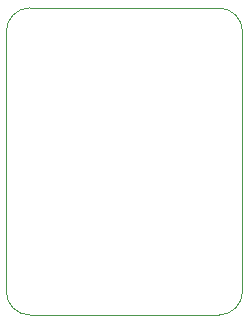
<source format=gbr>
G04 #@! TF.GenerationSoftware,KiCad,Pcbnew,(5.1.9)-1*
G04 #@! TF.CreationDate,2021-05-12T15:35:24+02:00*
G04 #@! TF.ProjectId,GPSMux,4750534d-7578-42e6-9b69-6361645f7063,01*
G04 #@! TF.SameCoordinates,Original*
G04 #@! TF.FileFunction,Profile,NP*
%FSLAX46Y46*%
G04 Gerber Fmt 4.6, Leading zero omitted, Abs format (unit mm)*
G04 Created by KiCad (PCBNEW (5.1.9)-1) date 2021-05-12 15:35:24*
%MOMM*%
%LPD*%
G01*
G04 APERTURE LIST*
G04 #@! TA.AperFunction,Profile*
%ADD10C,0.050000*%
G04 #@! TD*
G04 APERTURE END LIST*
D10*
X143000000Y-64000000D02*
G75*
G02*
X141000000Y-66000000I-2000000J0D01*
G01*
X125000000Y-66000000D02*
G75*
G02*
X123000000Y-64000000I0J2000000D01*
G01*
X123000000Y-42000000D02*
G75*
G02*
X125000000Y-40000000I2000000J0D01*
G01*
X141000000Y-40000000D02*
G75*
G02*
X143000000Y-42000000I0J-2000000D01*
G01*
X123000000Y-64000000D02*
X123000000Y-42000000D01*
X141000000Y-66000000D02*
X125000000Y-66000000D01*
X143000000Y-42000000D02*
X143000000Y-64000000D01*
X125000000Y-40000000D02*
X141000000Y-40000000D01*
M02*

</source>
